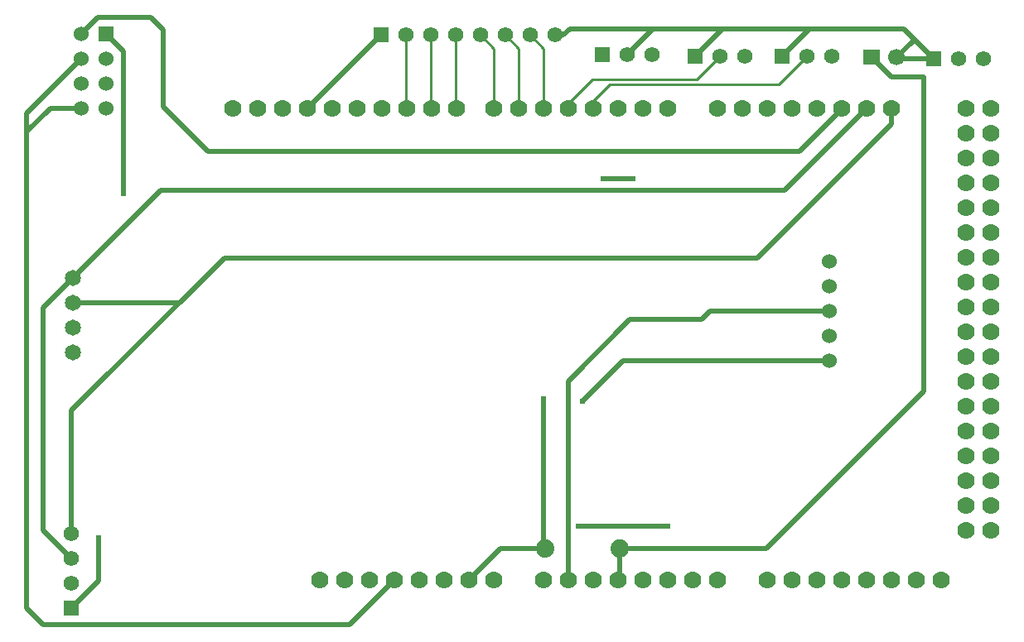
<source format=gbl>
G04 Layer: BottomLayer*
G04 EasyEDA v6.5.50, 2025-05-10 22:03:40*
G04 3dfc61e0309445a68604fa7064afe25b,ba9dcde3079f4f00b3cbb53a4f6625ee,10*
G04 Gerber Generator version 0.2*
G04 Scale: 100 percent, Rotated: No, Reflected: No *
G04 Dimensions in millimeters *
G04 leading zeros omitted , absolute positions ,4 integer and 5 decimal *
%FSLAX45Y45*%
%MOMM*%

%AMMACRO1*21,1,$1,$2,0,0,$3*%
%ADD10C,0.5000*%
%ADD11C,0.2540*%
%ADD12C,1.7780*%
%ADD13C,1.5240*%
%ADD14MACRO1,1.5748X1.5748X0.0000*%
%ADD15C,1.5748*%
%ADD16R,1.5748X1.5748*%
%ADD17R,1.5240X1.5240*%
%ADD18R,1.7000X1.5748*%
%ADD19C,1.7000*%
%ADD20C,1.8796*%
%ADD21C,1.6500*%
%ADD22C,0.6200*%
%ADD23C,0.0103*%

%LPD*%
D10*
X12941300Y2374900D02*
G01*
X12966700Y2349500D01*
X12733149Y2583050D02*
G01*
X12733149Y2560449D01*
X12560300Y2387600D01*
X12941300Y2374900D02*
G01*
X12573000Y2374900D01*
X12560300Y2387600D01*
X12306300Y2387600D02*
G01*
X12509500Y2184400D01*
X12839700Y2184400D01*
X12839700Y-1028700D01*
X11328400Y-2540000D01*
X9728200Y-2641600D02*
G01*
X11226800Y-2641600D01*
X11365146Y-2503253D01*
X9728200Y-2641600D02*
G01*
X9728200Y-2946400D01*
X9715500Y-2959100D01*
X8966200Y-2641600D02*
G01*
X8509000Y-2641600D01*
X8191500Y-2959100D01*
X6540500Y1866900D02*
G01*
X7289800Y2616200D01*
X9309100Y-2413000D02*
G01*
X10223500Y-2413000D01*
X4660900Y990600D02*
G01*
X4660900Y2451100D01*
X4483100Y2628900D01*
X4127500Y-3251200D02*
G01*
X4406900Y-2971800D01*
X4406900Y-2527300D01*
X8966200Y-2641600D02*
G01*
X8953500Y-2628900D01*
X8953500Y-1104900D01*
D11*
X10756900Y2400300D02*
G01*
X10515600Y2159000D01*
X9448800Y2159000D01*
X9207500Y1917700D01*
X9207500Y1866900D01*
X11645900Y2400300D02*
G01*
X11353800Y2108200D01*
X9626600Y2108200D01*
X9461500Y1943100D01*
X9461500Y1866900D01*
D10*
X12941300Y2374900D02*
G01*
X12636500Y2679700D01*
X9220200Y2679700D01*
X9156700Y2616200D01*
X9067800Y2616200D01*
X11391900Y2400300D02*
G01*
X11671300Y2679700D01*
X11724408Y2679700D01*
X10502900Y2400300D02*
G01*
X10782300Y2679700D01*
X11000038Y2679700D01*
X9804400Y2413000D02*
G01*
X10071100Y2679700D01*
X10228630Y2679700D01*
D11*
X8813800Y2616200D02*
G01*
X8953500Y2476500D01*
X8953500Y1866900D01*
X8559800Y2616200D02*
G01*
X8699500Y2476500D01*
X8699500Y1866900D01*
X8305800Y2616200D02*
G01*
X8445500Y2476500D01*
X8445500Y1866900D01*
X8051800Y2616200D02*
G01*
X8051800Y1879600D01*
X8064500Y1866900D01*
X7797800Y2616200D02*
G01*
X7797800Y1879600D01*
X7810500Y1866900D01*
X7543800Y2616200D02*
G01*
X7543800Y1879600D01*
X7556500Y1866900D01*
D10*
X7429500Y-2959100D02*
G01*
X6972300Y-3416300D01*
X3835400Y-3416300D01*
X3670300Y-3251200D01*
X3670300Y1625600D01*
X3911600Y1866900D01*
X4229100Y1866900D01*
X3670300Y1625600D02*
G01*
X3670300Y1816100D01*
X4229100Y2374900D01*
X9563100Y1143000D02*
G01*
X9867900Y1143000D01*
X4229100Y2628900D02*
G01*
X4394200Y2794000D01*
X4940300Y2794000D01*
X5067300Y2667000D01*
X5067300Y1879600D01*
X5524500Y1422400D01*
X11569700Y1422400D01*
X12001500Y1854200D01*
X12001500Y1866900D01*
X4140072Y131000D02*
G01*
X3835400Y-173672D01*
X3835400Y-2451100D01*
X4127500Y-2743200D01*
X11867895Y-208026D02*
G01*
X10650474Y-208026D01*
X10566400Y-292100D01*
X9829800Y-292100D01*
X9207500Y-927100D01*
X9207500Y-2959100D01*
X12255500Y1866900D02*
G01*
X11417300Y1028700D01*
X5037772Y1028700D01*
X4140072Y131000D01*
X12509500Y1866900D02*
G01*
X12509500Y1701800D01*
X11137900Y330200D01*
X5686859Y330200D01*
X4127500Y-1229159D01*
X4127500Y-2489200D01*
X4140072Y-122999D02*
G01*
X5233659Y-122999D01*
X5444543Y87884D01*
X11867895Y-716000D02*
G01*
X9761499Y-716000D01*
X9347200Y-1130300D01*
D12*
G01*
X5778500Y1866900D03*
G01*
X6032500Y1866900D03*
G01*
X6286500Y1866900D03*
G01*
X6540500Y1866900D03*
G01*
X6794500Y1866900D03*
G01*
X7048500Y1866900D03*
G01*
X7302500Y1866900D03*
G01*
X7556500Y1866900D03*
G01*
X7810500Y1866900D03*
G01*
X8064500Y1866900D03*
G01*
X8445500Y1866900D03*
G01*
X8699500Y1866900D03*
G01*
X8953500Y1866900D03*
G01*
X9207500Y1866900D03*
G01*
X9461500Y1866900D03*
G01*
X9715500Y1866900D03*
G01*
X9969500Y1866900D03*
G01*
X10223500Y1866900D03*
G01*
X10731500Y1866900D03*
G01*
X10985500Y1866900D03*
G01*
X11239500Y1866900D03*
G01*
X11493500Y1866900D03*
G01*
X11747500Y1866900D03*
G01*
X12001500Y1866900D03*
G01*
X12255500Y1866900D03*
G01*
X12509500Y1866900D03*
G01*
X13525500Y1866900D03*
G01*
X13271500Y1866900D03*
G01*
X13525500Y1612900D03*
G01*
X13525500Y1358900D03*
G01*
X13271500Y1612900D03*
G01*
X13271500Y1358900D03*
G01*
X13271500Y1104900D03*
G01*
X13525500Y1104900D03*
G01*
X13525500Y850900D03*
G01*
X13271500Y850900D03*
G01*
X13271500Y596900D03*
G01*
X13525500Y596900D03*
G01*
X13271500Y342900D03*
G01*
X13525500Y342900D03*
G01*
X13271500Y88900D03*
G01*
X13525500Y88900D03*
G01*
X13271500Y-165100D03*
G01*
X13525500Y-165100D03*
G01*
X13271500Y-419100D03*
G01*
X13525500Y-419100D03*
G01*
X13271500Y-673100D03*
G01*
X13525500Y-673100D03*
G01*
X13525500Y-927100D03*
G01*
X13271500Y-927100D03*
G01*
X13271500Y-1181100D03*
G01*
X13525500Y-1181100D03*
G01*
X13525500Y-1435100D03*
G01*
X13271500Y-1435100D03*
G01*
X13271500Y-1689100D03*
G01*
X13525500Y-1689100D03*
G01*
X13525500Y-1943100D03*
G01*
X13271500Y-1943100D03*
G01*
X13271500Y-2197100D03*
G01*
X13525500Y-2197100D03*
G01*
X13525500Y-2451100D03*
G01*
X13271500Y-2451100D03*
G01*
X13017500Y-2959100D03*
G01*
X12763500Y-2959100D03*
G01*
X12509500Y-2959100D03*
G01*
X12255500Y-2959100D03*
G01*
X12001500Y-2959100D03*
G01*
X11747500Y-2959100D03*
G01*
X11493500Y-2959100D03*
G01*
X11239500Y-2959100D03*
G01*
X10731500Y-2959100D03*
G01*
X10477500Y-2959100D03*
G01*
X10223500Y-2959100D03*
G01*
X9969500Y-2959100D03*
G01*
X9715500Y-2959100D03*
G01*
X9461500Y-2959100D03*
G01*
X9207500Y-2959100D03*
G01*
X8953500Y-2959100D03*
G01*
X8445500Y-2959100D03*
G01*
X8191500Y-2959100D03*
G01*
X7937500Y-2959100D03*
G01*
X7683500Y-2959100D03*
G01*
X7429500Y-2959100D03*
G01*
X7175500Y-2959100D03*
G01*
X6921500Y-2959100D03*
G01*
X6667500Y-2959100D03*
D13*
G01*
X12509500Y1866900D03*
D14*
G01*
X7289800Y2616200D03*
D15*
G01*
X7543800Y2616200D03*
G01*
X7797800Y2616200D03*
G01*
X8051800Y2616200D03*
G01*
X8305800Y2616200D03*
G01*
X8559800Y2616200D03*
G01*
X8813800Y2616200D03*
G01*
X9067800Y2616200D03*
G01*
X10058400Y2413000D03*
G01*
X9804400Y2413000D03*
D16*
G01*
X9550400Y2413000D03*
D15*
G01*
X11010900Y2400300D03*
G01*
X10756900Y2400300D03*
D16*
G01*
X10502900Y2400300D03*
D15*
G01*
X11899900Y2400300D03*
G01*
X11645900Y2400300D03*
D16*
G01*
X11391900Y2400300D03*
D13*
G01*
X4229100Y1866900D03*
G01*
X4483100Y1866900D03*
G01*
X4229100Y2120900D03*
G01*
X4483100Y2120900D03*
G01*
X4229100Y2374900D03*
G01*
X4483100Y2374900D03*
G01*
X4229100Y2628900D03*
D17*
G01*
X4483100Y2628900D03*
D13*
G01*
X11867895Y299999D03*
G01*
X11867895Y45999D03*
G01*
X11867895Y-208000D03*
G01*
X11867895Y-462000D03*
G01*
X11867895Y-716000D03*
D18*
G01*
X12306300Y2387600D03*
D19*
G01*
X12560300Y2387600D03*
D20*
G01*
X8966200Y-2641600D03*
G01*
X9728200Y-2641600D03*
D16*
G01*
X4127500Y-3251200D03*
D15*
G01*
X4127500Y-2997200D03*
G01*
X4127500Y-2743200D03*
G01*
X4127500Y-2489200D03*
G01*
X13449300Y2374900D03*
G01*
X13195300Y2374900D03*
D16*
G01*
X12941300Y2374900D03*
D21*
G01*
X4140072Y130987D03*
G01*
X4140072Y-123012D03*
G01*
X4140072Y-377012D03*
G01*
X4140327Y-631012D03*
D22*
G01*
X9309100Y-2413000D03*
G01*
X10223500Y-2413000D03*
G01*
X4660900Y990600D03*
G01*
X4406900Y-2527300D03*
G01*
X8953500Y-1104900D03*
G01*
X9347200Y-1130300D03*
G01*
X9563100Y1143000D03*
G01*
X9867900Y1143000D03*
M02*

</source>
